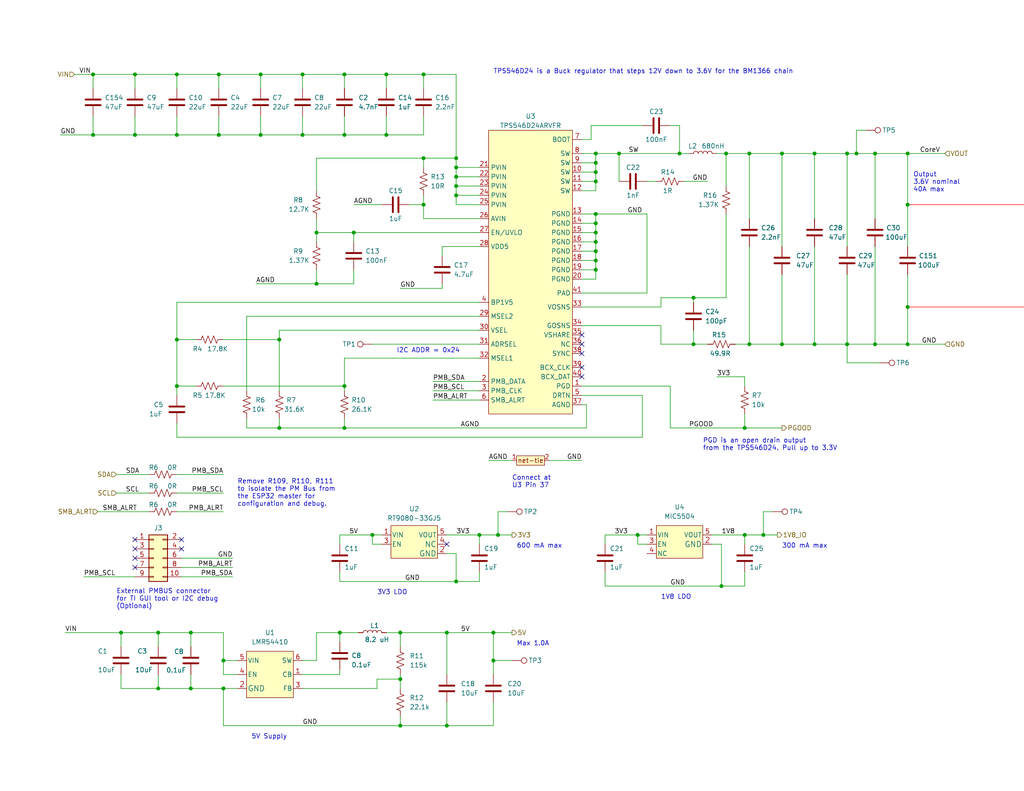
<source format=kicad_sch>
(kicad_sch (version 20231120) (generator "eeschema") (generator_version "8.0")
  (paper "A")
  (title_block (title "bitaxeHex") (date "2024-03-09") (rev "304"))
  (junction (at 162.56 58.42))
  (junction (at 203.2 116.84))
  (junction (at 25.4 36.83))
  (junction (at 173.99 146.05))
  (junction (at 48.26 92.71))
  (junction (at 52.07 187.96))
  (junction (at 52.07 172.72))
  (junction (at 213.36 41.91))
  (junction (at 96.52 63.5))
  (junction (at 231.14 41.91))
  (junction (at 109.22 198.12))
  (junction (at 124.46 48.26))
  (junction (at 247.65 41.91))
  (junction (at 33.02 172.72))
  (junction (at 121.92 172.72))
  (junction (at 36.83 36.83))
  (junction (at 247.65 93.98))
  (junction (at 93.98 20.32))
  (junction (at 289.56 55.88))
  (junction (at 135.89 146.05))
  (junction (at 233.68 41.91))
  (junction (at 43.18 172.72))
  (junction (at 115.57 55.88))
  (junction (at 109.22 185.42))
  (junction (at 222.25 41.91))
  (junction (at 162.56 71.12))
  (junction (at 48.26 36.83))
  (junction (at 124.46 45.72))
  (junction (at 162.56 41.91))
  (junction (at 115.57 43.18))
  (junction (at 60.96 187.96))
  (junction (at 59.69 36.83))
  (junction (at 25.4 20.32))
  (junction (at 71.12 20.32))
  (junction (at 162.56 49.53))
  (junction (at 196.85 160.02))
  (junction (at 247.65 83.82))
  (junction (at 71.12 36.83))
  (junction (at 162.56 46.99))
  (junction (at 185.42 41.91))
  (junction (at 124.46 43.18))
  (junction (at 162.56 44.45))
  (junction (at 162.56 60.96))
  (junction (at 162.56 68.58))
  (junction (at 105.41 36.83))
  (junction (at 82.55 36.83))
  (junction (at 82.55 20.32))
  (junction (at 134.62 180.34))
  (junction (at 168.91 41.91))
  (junction (at 198.12 41.91))
  (junction (at 93.98 116.84))
  (junction (at 115.57 20.32))
  (junction (at 124.46 53.34))
  (junction (at 231.14 93.98))
  (junction (at 162.56 73.66))
  (junction (at 36.83 20.32))
  (junction (at 124.46 158.75))
  (junction (at 124.46 50.8))
  (junction (at 247.65 55.88))
  (junction (at 162.56 63.5))
  (junction (at 105.41 20.32))
  (junction (at 59.69 20.32))
  (junction (at 204.47 93.98))
  (junction (at 76.2 92.71))
  (junction (at 48.26 105.41))
  (junction (at 134.62 172.72))
  (junction (at 289.56 83.82))
  (junction (at 43.18 187.96))
  (junction (at 238.76 41.91))
  (junction (at 109.22 172.72))
  (junction (at 208.28 146.05))
  (junction (at 86.36 63.5))
  (junction (at 162.56 66.04))
  (junction (at 238.76 93.98))
  (junction (at 48.26 20.32))
  (junction (at 101.6 146.05))
  (junction (at 92.71 172.72))
  (junction (at 222.25 93.98))
  (junction (at 213.36 93.98))
  (junction (at 203.2 146.05))
  (junction (at 204.47 41.91))
  (junction (at 93.98 105.41))
  (junction (at 130.81 146.05))
  (junction (at 60.96 180.34))
  (junction (at 86.36 77.47))
  (junction (at 121.92 198.12))
  (junction (at 189.23 81.28))
  (junction (at 76.2 116.84))
  (junction (at 93.98 36.83))
  (junction (at 189.23 93.98))
  (no_connect (at 158.75 102.87))
  (no_connect (at 49.53 149.86))
  (no_connect (at 121.92 148.59))
  (no_connect (at 158.75 96.52))
  (no_connect (at 49.53 147.32))
  (no_connect (at 36.83 147.32))
  (no_connect (at 36.83 154.94))
  (no_connect (at 36.83 149.86))
  (no_connect (at 36.83 152.4))
  (no_connect (at 158.75 91.44))
  (no_connect (at 158.75 100.33))
  (no_connect (at 158.75 93.98))
  (wire (pts (xy 130.81 55.88) (xy 124.46 55.88)))
  (wire (pts (xy 300.99 55.88) (xy 289.56 55.88)) (stroke (width 0) (color 255 0 0 1)))
  (wire (pts (xy 36.83 20.32) (xy 36.83 24.13)))
  (wire (pts (xy 162.56 71.12) (xy 162.56 73.66)))
  (wire (pts (xy 203.2 146.05) (xy 208.28 146.05)))
  (wire (pts (xy 203.2 160.02) (xy 196.85 160.02)))
  (wire (pts (xy 173.99 148.59) (xy 173.99 146.05)))
  (wire (pts (xy 25.4 31.75) (xy 25.4 36.83)))
  (wire (pts (xy 22.86 157.48) (xy 36.83 157.48)))
  (wire (pts (xy 120.65 67.31) (xy 130.81 67.31)))
  (wire (pts (xy 238.76 41.91) (xy 238.76 59.69)))
  (wire (pts (xy 203.2 146.05) (xy 203.2 148.59)))
  (wire (pts (xy 48.26 92.71) (xy 48.26 105.41)))
  (wire (pts (xy 71.12 20.32) (xy 59.69 20.32)))
  (wire (pts (xy 247.65 55.88) (xy 247.65 67.31)))
  (wire (pts (xy 162.56 66.04) (xy 162.56 68.58)))
  (wire (pts (xy 158.75 60.96) (xy 162.56 60.96)))
  (wire (pts (xy 194.31 148.59) (xy 196.85 148.59)))
  (wire (pts (xy 158.75 80.01) (xy 176.53 80.01)))
  (wire (pts (xy 96.52 73.66) (xy 96.52 77.47)))
  (wire (pts (xy 96.52 63.5) (xy 86.36 63.5)))
  (wire (pts (xy 134.62 191.77) (xy 134.62 198.12)))
  (wire (pts (xy 231.14 41.91) (xy 231.14 67.31)))
  (wire (pts (xy 25.4 36.83) (xy 36.83 36.83)))
  (wire (pts (xy 102.87 187.96) (xy 102.87 185.42)))
  (wire (pts (xy 158.75 83.82) (xy 180.34 83.82)))
  (wire (pts (xy 121.92 151.13) (xy 124.46 151.13)))
  (wire (pts (xy 158.75 52.07) (xy 162.56 52.07)))
  (wire (pts (xy 189.23 93.98) (xy 193.04 93.98)))
  (wire (pts (xy 165.1 146.05) (xy 173.99 146.05)))
  (wire (pts (xy 176.53 49.53) (xy 179.07 49.53)))
  (wire (pts (xy 180.34 88.9) (xy 180.34 93.98)))
  (wire (pts (xy 158.75 73.66) (xy 162.56 73.66)))
  (wire (pts (xy 59.69 31.75) (xy 59.69 36.83)))
  (wire (pts (xy 49.53 154.94) (xy 63.5 154.94)))
  (wire (pts (xy 198.12 41.91) (xy 204.47 41.91)))
  (wire (pts (xy 162.56 60.96) (xy 162.56 63.5)))
  (wire (pts (xy 238.76 67.31) (xy 238.76 93.98)))
  (wire (pts (xy 33.02 172.72) (xy 33.02 176.53)))
  (wire (pts (xy 213.36 93.98) (xy 222.25 93.98)))
  (wire (pts (xy 175.26 119.38) (xy 175.26 107.95)))
  (wire (pts (xy 43.18 172.72) (xy 52.07 172.72)))
  (wire (pts (xy 31.75 134.62) (xy 40.64 134.62)))
  (wire (pts (xy 52.07 172.72) (xy 52.07 176.53)))
  (wire (pts (xy 82.55 180.34) (xy 86.36 180.34)))
  (wire (pts (xy 121.92 172.72) (xy 109.22 172.72)))
  (wire (pts (xy 247.65 74.93) (xy 247.65 83.82)))
  (wire (pts (xy 67.31 116.84) (xy 76.2 116.84)))
  (wire (pts (xy 158.75 38.1) (xy 161.29 38.1)))
  (wire (pts (xy 92.71 172.72) (xy 92.71 175.26)))
  (wire (pts (xy 162.56 52.07) (xy 162.56 49.53)))
  (wire (pts (xy 60.96 198.12) (xy 109.22 198.12)))
  (wire (pts (xy 133.35 125.73) (xy 139.7 125.73)))
  (wire (pts (xy 96.52 66.04) (xy 96.52 63.5)))
  (wire (pts (xy 48.26 105.41) (xy 53.34 105.41)))
  (wire (pts (xy 124.46 20.32) (xy 115.57 20.32)))
  (wire (pts (xy 300.99 64.77) (xy 300.99 55.88)) (stroke (width 0) (color 255 0 0 1)))
  (wire (pts (xy 60.96 105.41) (xy 93.98 105.41)))
  (wire (pts (xy 124.46 151.13) (xy 124.46 158.75)))
  (wire (pts (xy 198.12 41.91) (xy 198.12 50.8)))
  (wire (pts (xy 203.2 156.21) (xy 203.2 160.02)))
  (wire (pts (xy 109.22 184.15) (xy 109.22 185.42)))
  (wire (pts (xy 115.57 59.69) (xy 115.57 55.88)))
  (wire (pts (xy 60.96 187.96) (xy 52.07 187.96)))
  (wire (pts (xy 105.41 36.83) (xy 115.57 36.83)))
  (wire (pts (xy 138.43 139.7) (xy 135.89 139.7)))
  (wire (pts (xy 247.65 93.98) (xy 257.81 93.98)))
  (wire (pts (xy 26.67 139.7) (xy 40.64 139.7)))
  (wire (pts (xy 134.62 180.34) (xy 139.7 180.34)))
  (wire (pts (xy 67.31 114.3) (xy 67.31 116.84)))
  (wire (pts (xy 93.98 116.84) (xy 160.02 116.84)))
  (wire (pts (xy 213.36 41.91) (xy 213.36 67.31)))
  (wire (pts (xy 59.69 20.32) (xy 48.26 20.32)))
  (wire (pts (xy 124.46 45.72) (xy 130.81 45.72)))
  (wire (pts (xy 33.02 187.96) (xy 33.02 184.15)))
  (wire (pts (xy 198.12 58.42) (xy 198.12 81.28)))
  (wire (pts (xy 121.92 191.77) (xy 121.92 198.12)))
  (wire (pts (xy 92.71 158.75) (xy 124.46 158.75)))
  (wire (pts (xy 222.25 67.31) (xy 222.25 93.98)))
  (wire (pts (xy 158.75 88.9) (xy 180.34 88.9)))
  (wire (pts (xy 48.26 139.7) (xy 60.96 139.7)))
  (wire (pts (xy 48.26 92.71) (xy 53.34 92.71)))
  (wire (pts (xy 52.07 172.72) (xy 60.96 172.72)))
  (wire (pts (xy 168.91 41.91) (xy 185.42 41.91)))
  (wire (pts (xy 233.68 41.91) (xy 238.76 41.91)))
  (wire (pts (xy 124.46 48.26) (xy 130.81 48.26)))
  (wire (pts (xy 176.53 148.59) (xy 173.99 148.59)))
  (wire (pts (xy 115.57 53.34) (xy 115.57 55.88)))
  (wire (pts (xy 130.81 156.21) (xy 130.81 158.75)))
  (wire (pts (xy 210.82 139.7) (xy 208.28 139.7)))
  (wire (pts (xy 16.51 36.83) (xy 25.4 36.83)))
  (wire (pts (xy 115.57 43.18) (xy 124.46 43.18)))
  (wire (pts (xy 158.75 46.99) (xy 162.56 46.99)))
  (wire (pts (xy 238.76 41.91) (xy 247.65 41.91)))
  (wire (pts (xy 158.75 71.12) (xy 162.56 71.12)))
  (wire (pts (xy 186.69 49.53) (xy 193.04 49.53)))
  (wire (pts (xy 204.47 41.91) (xy 204.47 59.69)))
  (wire (pts (xy 86.36 52.07) (xy 86.36 43.18)))
  (wire (pts (xy 86.36 73.66) (xy 86.36 77.47)))
  (wire (pts (xy 82.55 20.32) (xy 93.98 20.32)))
  (wire (pts (xy 180.34 83.82) (xy 180.34 81.28)))
  (wire (pts (xy 231.14 74.93) (xy 231.14 93.98)))
  (wire (pts (xy 82.55 184.15) (xy 92.71 184.15)))
  (wire (pts (xy 195.58 41.91) (xy 198.12 41.91)))
  (wire (pts (xy 82.55 20.32) (xy 82.55 24.13)))
  (wire (pts (xy 60.96 180.34) (xy 60.96 172.72)))
  (wire (pts (xy 121.92 146.05) (xy 130.81 146.05)))
  (wire (pts (xy 162.56 44.45) (xy 162.56 41.91)))
  (wire (pts (xy 82.55 36.83) (xy 93.98 36.83)))
  (wire (pts (xy 93.98 97.79) (xy 93.98 105.41)))
  (wire (pts (xy 93.98 97.79) (xy 130.81 97.79)))
  (wire (pts (xy 204.47 93.98) (xy 213.36 93.98)))
  (wire (pts (xy 134.62 172.72) (xy 134.62 180.34)))
  (wire (pts (xy 109.22 195.58) (xy 109.22 198.12)))
  (wire (pts (xy 43.18 187.96) (xy 33.02 187.96)))
  (wire (pts (xy 76.2 90.17) (xy 76.2 92.71)))
  (wire (pts (xy 180.34 93.98) (xy 189.23 93.98)))
  (wire (pts (xy 165.1 146.05) (xy 165.1 148.59)))
  (wire (pts (xy 233.68 35.56) (xy 233.68 41.91)))
  (wire (pts (xy 231.14 99.06) (xy 231.14 93.98)))
  (wire (pts (xy 189.23 90.17) (xy 189.23 93.98)))
  (wire (pts (xy 59.69 36.83) (xy 71.12 36.83)))
  (wire (pts (xy 93.98 36.83) (xy 105.41 36.83)))
  (wire (pts (xy 300.99 83.82) (xy 289.56 83.82)) (stroke (width 0) (color 255 0 0 1)))
  (wire (pts (xy 196.85 148.59) (xy 196.85 160.02)))
  (wire (pts (xy 182.88 105.41) (xy 182.88 116.84)))
  (wire (pts (xy 160.02 110.49) (xy 160.02 116.84)))
  (wire (pts (xy 213.36 74.93) (xy 213.36 93.98)))
  (wire (pts (xy 25.4 20.32) (xy 25.4 24.13)))
  (wire (pts (xy 101.6 93.98) (xy 130.81 93.98)))
  (wire (pts (xy 182.88 116.84) (xy 203.2 116.84)))
  (wire (pts (xy 115.57 20.32) (xy 115.57 24.13)))
  (wire (pts (xy 118.11 104.14) (xy 130.81 104.14)))
  (wire (pts (xy 49.53 152.4) (xy 63.5 152.4)))
  (wire (pts (xy 289.56 55.88) (xy 289.56 64.77)) (stroke (width 0) (color 255 0 0 1)))
  (wire (pts (xy 124.46 20.32) (xy 124.46 43.18)))
  (wire (pts (xy 213.36 41.91) (xy 222.25 41.91)))
  (wire (pts (xy 111.76 55.88) (xy 115.57 55.88)))
  (wire (pts (xy 135.89 146.05) (xy 139.7 146.05)))
  (wire (pts (xy 76.2 116.84) (xy 93.98 116.84)))
  (wire (pts (xy 86.36 59.69) (xy 86.36 63.5)))
  (wire (pts (xy 162.56 68.58) (xy 162.56 71.12)))
  (wire (pts (xy 120.65 77.47) (xy 120.65 78.74)))
  (wire (pts (xy 289.56 72.39) (xy 289.56 83.82)) (stroke (width 0) (color 255 0 0 1)))
  (wire (pts (xy 124.46 43.18) (xy 124.46 45.72)))
  (wire (pts (xy 86.36 63.5) (xy 86.36 66.04)))
  (wire (pts (xy 247.65 83.82) (xy 247.65 93.98)))
  (wire (pts (xy 124.46 50.8) (xy 130.81 50.8)))
  (wire (pts (xy 124.46 45.72) (xy 124.46 48.26)))
  (wire (pts (xy 162.56 46.99) (xy 162.56 44.45)))
  (wire (pts (xy 17.78 172.72) (xy 33.02 172.72)))
  (wire (pts (xy 158.75 105.41) (xy 182.88 105.41)))
  (wire (pts (xy 109.22 172.72) (xy 109.22 176.53)))
  (wire (pts (xy 43.18 187.96) (xy 43.18 184.15)))
  (wire (pts (xy 60.96 184.15) (xy 60.96 180.34)))
  (wire (pts (xy 48.26 129.54) (xy 60.96 129.54)))
  (wire (pts (xy 92.71 172.72) (xy 97.79 172.72)))
  (wire (pts (xy 48.26 119.38) (xy 175.26 119.38)))
  (wire (pts (xy 135.89 139.7) (xy 135.89 146.05)))
  (wire (pts (xy 162.56 76.2) (xy 158.75 76.2)))
  (wire (pts (xy 64.77 184.15) (xy 60.96 184.15)))
  (wire (pts (xy 48.26 36.83) (xy 59.69 36.83)))
  (wire (pts (xy 48.26 134.62) (xy 60.96 134.62)))
  (wire (pts (xy 236.22 35.56) (xy 233.68 35.56)))
  (wire (pts (xy 134.62 180.34) (xy 134.62 184.15)))
  (wire (pts (xy 48.26 107.95) (xy 48.26 105.41)))
  (wire (pts (xy 76.2 90.17) (xy 130.81 90.17)))
  (wire (pts (xy 158.75 110.49) (xy 160.02 110.49)))
  (wire (pts (xy 92.71 184.15) (xy 92.71 182.88)))
  (wire (pts (xy 247.65 41.91) (xy 257.81 41.91)))
  (wire (pts (xy 231.14 93.98) (xy 238.76 93.98)))
  (wire (pts (xy 175.26 107.95) (xy 158.75 107.95)))
  (wire (pts (xy 134.62 198.12) (xy 121.92 198.12)))
  (wire (pts (xy 289.56 55.88) (xy 247.65 55.88)) (stroke (width 0) (color 255 0 0 1)))
  (wire (pts (xy 36.83 31.75) (xy 36.83 36.83)))
  (wire (pts (xy 158.75 66.04) (xy 162.56 66.04)))
  (wire (pts (xy 96.52 55.88) (xy 104.14 55.88)))
  (wire (pts (xy 115.57 45.72) (xy 115.57 43.18)))
  (wire (pts (xy 105.41 20.32) (xy 93.98 20.32)))
  (wire (pts (xy 82.55 20.32) (xy 71.12 20.32)))
  (wire (pts (xy 149.86 125.73) (xy 158.75 125.73)))
  (wire (pts (xy 198.12 81.28) (xy 189.23 81.28)))
  (wire (pts (xy 180.34 81.28) (xy 189.23 81.28)))
  (wire (pts (xy 115.57 20.32) (xy 105.41 20.32)))
  (wire (pts (xy 173.99 146.05) (xy 176.53 146.05)))
  (wire (pts (xy 124.46 53.34) (xy 130.81 53.34)))
  (wire (pts (xy 64.77 180.34) (xy 60.96 180.34)))
  (wire (pts (xy 196.85 160.02) (xy 165.1 160.02)))
  (wire (pts (xy 195.58 102.87) (xy 203.2 102.87)))
  (wire (pts (xy 161.29 34.29) (xy 175.26 34.29)))
  (wire (pts (xy 231.14 41.91) (xy 233.68 41.91)))
  (wire (pts (xy 48.26 82.55) (xy 130.81 82.55)))
  (wire (pts (xy 105.41 172.72) (xy 109.22 172.72)))
  (wire (pts (xy 124.46 48.26) (xy 124.46 50.8)))
  (wire (pts (xy 162.56 41.91) (xy 168.91 41.91)))
  (wire (pts (xy 208.28 139.7) (xy 208.28 146.05)))
  (wire (pts (xy 134.62 172.72) (xy 139.7 172.72)))
  (wire (pts (xy 247.65 41.91) (xy 247.65 55.88)))
  (wire (pts (xy 86.36 172.72) (xy 92.71 172.72)))
  (wire (pts (xy 118.11 106.68) (xy 130.81 106.68)))
  (wire (pts (xy 120.65 69.85) (xy 120.65 67.31)))
  (wire (pts (xy 48.26 82.55) (xy 48.26 92.71)))
  (wire (pts (xy 102.87 185.42) (xy 109.22 185.42)))
  (wire (pts (xy 121.92 172.72) (xy 121.92 184.15)))
  (wire (pts (xy 52.07 187.96) (xy 43.18 187.96)))
  (wire (pts (xy 48.26 31.75) (xy 48.26 36.83)))
  (wire (pts (xy 204.47 41.91) (xy 213.36 41.91)))
  (wire (pts (xy 59.69 20.32) (xy 59.69 24.13)))
  (wire (pts (xy 121.92 172.72) (xy 134.62 172.72)))
  (wire (pts (xy 130.81 146.05) (xy 135.89 146.05)))
  (wire (pts (xy 162.56 41.91) (xy 158.75 41.91)))
  (wire (pts (xy 124.46 50.8) (xy 124.46 53.34)))
  (wire (pts (xy 67.31 86.36) (xy 130.81 86.36)))
  (wire (pts (xy 222.25 41.91) (xy 222.25 59.69)))
  (wire (pts (xy 240.03 99.06) (xy 231.14 99.06)))
  (wire (pts (xy 165.1 160.02) (xy 165.1 156.21)))
  (wire (pts (xy 222.25 93.98) (xy 231.14 93.98)))
  (wire (pts (xy 48.26 24.13) (xy 48.26 20.32)))
  (wire (pts (xy 124.46 53.34) (xy 124.46 55.88)))
  (wire (pts (xy 101.6 148.59) (xy 101.6 146.05)))
  (wire (pts (xy 185.42 41.91) (xy 187.96 41.91)))
  (wire (pts (xy 33.02 172.72) (xy 43.18 172.72)))
  (wire (pts (xy 67.31 86.36) (xy 67.31 106.68)))
  (wire (pts (xy 20.32 20.32) (xy 25.4 20.32)))
  (wire (pts (xy 203.2 116.84) (xy 213.36 116.84)))
  (wire (pts (xy 93.98 116.84) (xy 93.98 114.3)))
  (wire (pts (xy 69.85 77.47) (xy 86.36 77.47)))
  (wire (pts (xy 71.12 31.75) (xy 71.12 36.83)))
  (wire (pts (xy 200.66 93.98) (xy 204.47 93.98)))
  (wire (pts (xy 176.53 80.01) (xy 176.53 58.42)))
  (wire (pts (xy 158.75 63.5) (xy 162.56 63.5)))
  (wire (pts (xy 109.22 78.74) (xy 120.65 78.74)))
  (wire (pts (xy 124.46 158.75) (xy 130.81 158.75)))
  (wire (pts (xy 25.4 20.32) (xy 36.83 20.32)))
  (wire (pts (xy 168.91 49.53) (xy 168.91 41.91)))
  (wire (pts (xy 185.42 34.29) (xy 185.42 41.91)))
  (wire (pts (xy 31.75 129.54) (xy 40.64 129.54)))
  (wire (pts (xy 104.14 148.59) (xy 101.6 148.59)))
  (wire (pts (xy 203.2 105.41) (xy 203.2 102.87)))
  (wire (pts (xy 115.57 59.69) (xy 130.81 59.69)))
  (wire (pts (xy 76.2 114.3) (xy 76.2 116.84)))
  (wire (pts (xy 162.56 58.42) (xy 176.53 58.42)))
  (wire (pts (xy 118.11 109.22) (xy 130.81 109.22)))
  (wire (pts (xy 162.56 58.42) (xy 162.56 60.96)))
  (wire (pts (xy 162.56 49.53) (xy 162.56 46.99)))
  (wire (pts (xy 86.36 77.47) (xy 96.52 77.47)))
  (wire (pts (xy 158.75 44.45) (xy 162.56 44.45)))
  (wire (pts (xy 162.56 73.66) (xy 162.56 76.2)))
  (wire (pts (xy 36.83 20.32) (xy 48.26 20.32)))
  (wire (pts (xy 93.98 31.75) (xy 93.98 36.83)))
  (wire (pts (xy 52.07 184.15) (xy 52.07 187.96)))
  (wire (pts (xy 43.18 172.72) (xy 43.18 176.53)))
  (wire (pts (xy 300.99 72.39) (xy 300.99 83.82)) (stroke (width 0) (color 255 0 0 1)))
  (wire (pts (xy 64.77 187.96) (xy 60.96 187.96)))
  (wire (pts (xy 92.71 146.05) (xy 92.71 148.59)))
  (wire (pts (xy 158.75 68.58) (xy 162.56 68.58)))
  (wire (pts (xy 158.75 49.53) (xy 162.56 49.53)))
  (wire (pts (xy 93.98 105.41) (xy 93.98 106.68)))
  (wire (pts (xy 238.76 93.98) (xy 247.65 93.98)))
  (wire (pts (xy 203.2 113.03) (xy 203.2 116.84)))
  (wire (pts (xy 76.2 92.71) (xy 76.2 106.68)))
  (wire (pts (xy 71.12 20.32) (xy 71.12 24.13)))
  (wire (pts (xy 82.55 31.75) (xy 82.55 36.83)))
  (wire (pts (xy 130.81 146.05) (xy 130.81 148.59)))
  (wire (pts (xy 182.88 34.29) (xy 185.42 34.29)))
  (wire (pts (xy 96.52 63.5) (xy 130.81 63.5)))
  (wire (pts (xy 92.71 146.05) (xy 101.6 146.05)))
  (wire (pts (xy 109.22 185.42) (xy 109.22 187.96)))
  (wire (pts (xy 86.36 43.18) (xy 115.57 43.18)))
  (wire (pts (xy 82.55 187.96) (xy 102.87 187.96)))
  (wire (pts (xy 208.28 146.05) (xy 212.09 146.05)))
  (wire (pts (xy 60.96 92.71) (xy 76.2 92.71)))
  (wire (pts (xy 60.96 187.96) (xy 60.96 198.12)))
  (wire (pts (xy 86.36 180.34) (xy 86.36 172.72)))
  (wire (pts (xy 158.75 58.42) (xy 162.56 58.42)))
  (wire (pts (xy 101.6 146.05) (xy 104.14 146.05)))
  (wire (pts (xy 204.47 67.31) (xy 204.47 93.98)))
  (wire (pts (xy 194.31 146.05) (xy 203.2 146.05)))
  (wire (pts (xy 222.25 41.91) (xy 231.14 41.91)))
  (wire (pts (xy 49.53 157.48) (xy 63.5 157.48)))
  (wire (pts (xy 105.41 31.75) (xy 105.41 36.83)))
  (wire (pts (xy 161.29 38.1) (xy 161.29 34.29)))
  (wire (pts (xy 189.23 81.28) (xy 189.23 82.55)))
  (wire (pts (xy 115.57 36.83) (xy 115.57 31.75)))
  (wire (pts (xy 289.56 83.82) (xy 247.65 83.82)) (stroke (width 0) (color 255 0 0 1)))
  (wire (pts (xy 93.98 20.32) (xy 93.98 24.13)))
  (wire (pts (xy 71.12 36.83) (xy 82.55 36.83)))
  (wire (pts (xy 162.56 63.5) (xy 162.56 66.04)))
  (wire (pts (xy 121.92 198.12) (xy 109.22 198.12)))
  (wire (pts (xy 105.41 20.32) (xy 105.41 24.13)))
  (wire (pts (xy 48.26 115.57) (xy 48.26 119.38)))
  (wire (pts (xy 92.71 158.75) (xy 92.71 156.21)))
  (wire (pts (xy 36.83 36.83) (xy 48.26 36.83)))
  (text "1V8 LDO" (at 180.34 163.83 0) (effects (font (size 1.27 1.27)) (justify left bottom)))
  (text "Output \n3.6V nominal\n40A max" (at 249.174 52.578 0) (effects (font (size 1.27 1.27)) (justify left bottom)))
  (text "TPS546D24 is a Buck regulator that steps 12V down to 3.6V for the BM1366 chain" (at 134.62 20.32 0) (effects (font (size 1.27 1.27)) (justify left bottom)))
  (text "3V3 LDO" (at 102.87 162.56 0) (effects (font (size 1.27 1.27)) (justify left bottom)))
  (text "300 mA max" (at 213.36 149.86 0) (effects (font (size 1.27 1.27)) (justify left bottom)))
  (text "Remove R109, R110, R111\nto isolate the PM Bus from\nthe ESP32 master for \nconfiguration and debug." (at 64.77 138.43 0) (effects (font (size 1.27 1.27)) (justify left bottom)))
  (text "Max 1.0A" (at 140.97 176.53 0) (effects (font (size 1.27 1.27)) (justify left bottom)))
  (text "Connect at\nU3 Pin 37" (at 139.7 133.35 0) (effects (font (size 1.27 1.27)) (justify left bottom)))
  (text "External PMBUS connector\nfor TI GUI tool or I2C debug\n(Optional)" (at 31.75 166.37 0) (effects (font (size 1.27 1.27)) (justify left bottom)))
  (text "600 mA max" (at 140.97 149.86 0) (effects (font (size 1.27 1.27)) (justify left bottom)))
  (text "5V Supply" (at 68.58 201.93 0) (effects (font (size 1.27 1.27)) (justify left bottom)))
  (text "Digikey PN:" (at 288.29 90.17 0) (effects (font (size 1.27 1.27))))
  (text "PGD is an open drain output\nfrom the TPS546D24. Pull up to 3.3V" (at 191.77 123.19 0) (effects (font (size 1.27 1.27)) (justify left bottom)))
  (text "I2C ADDR = 0x24" (at 108.204 96.52 0) (effects (font (size 1.27 1.27)) (justify left bottom)))
  (text "Panasonic PN:" (at 286.766 87.884 0) (effects (font (size 1.27 1.27))))
  (label "SW" (at 171.45 41.91 0))
  (label "AGND" (at 133.35 125.73 0))
  (label "GND" (at 182.88 160.02 0))
  (label "CoreV" (at 256.54 41.91 180))
  (label "GND" (at 175.26 58.42 180))
  (label "GND" (at 158.75 125.73 180))
  (label "PMB_ALRT" (at 60.96 139.7 180))
  (label "PMB_ALRT" (at 63.5 154.94 180))
  (label "AGND" (at 130.81 116.84 180))
  (label "SDA" (at 34.29 129.54 0))
  (label "PGOOD" (at 187.96 116.84 0))
  (label "GND" (at 109.22 78.74 0))
  (label "1V8" (at 196.85 146.05 0))
  (label "5V" (at 95.25 146.05 0))
  (label "VIN" (at 21.59 20.32 0))
  (label "PMB_SDA" (at 60.96 129.54 180))
  (label "PMB_SCL" (at 22.86 157.48 0))
  (label "PMB_SCL" (at 118.11 106.68 0))
  (label "PMB_SDA" (at 63.5 157.48 180))
  (label "VIN" (at 17.78 172.72 0))
  (label "GND" (at 16.51 36.83 0))
  (label "3V3" (at 124.46 146.05 0))
  (label "AGND" (at 69.85 77.47 0))
  (label "GND" (at 82.55 198.12 0))
  (label "PMB_SCL" (at 60.96 134.62 180))
  (label "SCL" (at 34.29 134.62 0))
  (label "GND" (at 110.49 158.75 0))
  (label "GND" (at 251.46 93.98 0))
  (label "PMB_ALRT" (at 118.11 109.22 0))
  (label "SMB_ALRT" (at 27.94 139.7 0))
  (label "AGND" (at 96.52 55.88 0))
  (label "5V" (at 125.73 172.72 0))
  (label "GND" (at 63.5 152.4 180))
  (label "GND" (at 193.04 49.53 180))
  (label "PMB_SDA" (at 118.11 104.14 0))
  (label "3V3" (at 195.58 102.87 0))
  (label "3V3" (at 167.64 146.05 0))
  (hierarchical_label "3V3" (shape output) (at 139.7 146.05 0))
  (hierarchical_label "VIN" (shape input) (at 20.32 20.32 180))
  (hierarchical_label "SDA" (shape input) (at 31.75 129.54 180))
  (hierarchical_label "VOUT" (shape input) (at 257.81 41.91 0))
  (hierarchical_label "GND" (shape input) (at 257.81 93.98 0))
  (hierarchical_label "SCL" (shape input) (at 31.75 134.62 180))
  (hierarchical_label "1V8_IO" (shape output) (at 212.09 146.05 0))
  (hierarchical_label "SMB_ALRT" (shape input) (at 26.67 139.7 180))
  (hierarchical_label "5V" (shape output) (at 139.7 172.72 0))
  (hierarchical_label "PGOOD" (shape output) (at 213.36 116.84 0))
  (symbol (lib_id "Device:C") (at 179.07 34.29 90) (unit 1)
    (property "Reference" "C23" (at 179.07 30.48 90))
    (property "Value" "100nF" (at 179.07 38.1 90))
    (property "Footprint" "Capacitor_SMD:C_0805_2012Metric" (effects (hide yes)))
    (property "DK" "478-KGM21NR71E104KTCT-ND" (effects (hide yes)))
    (property "PARTNO" "KGM21NR71E104KT" (effects (hide yes)))
  )
  (symbol (lib_id "Device:C") (at 238.76 63.5 0) (unit 1)
    (property "Reference" "C30" (at 241.808 62.23 0) (effects (justify left)))
    (property "Value" "100uF" (at 241.554 64.77 0) (effects (justify left)))
    (property "Footprint" "Capacitor_SMD:C_1210_3225Metric" (effects (hide yes)))
    (property "DK" "490-10534-1-ND" (effects (hide yes)))
    (property "PARTNO" "GRM32EE70J107ME15L" (effects (hide yes)))
  )
  (symbol (lib_id "Device:R_US") (at 44.45 139.7 90) (unit 1)
    (property "Reference" "R6" (at 41.91 137.795 90))
    (property "Value" "0R" (at 46.99 137.795 90))
    (property "Footprint" "Resistor_SMD:R_0402_1005Metric" (effects (hide yes)))
    (property "DK" "311-0.0JRCT-ND" (effects (hide yes)))
    (property "PARTNO" "RC0402JR-070RL" (effects (hide yes)))
    (instances (project "bm1397" (path "" (reference "R6") (unit 1))) (project "bitaxeHex" (path "" (reference "R3") (unit 1))))
  )
  (symbol (lib_id "Device:C") (at 92.71 179.07 0) (unit 1)
    (property "Reference" "C8" (at 95.885 179.705 0) (effects (justify left bottom)))
    (property "Value" "0.1uF" (at 95.885 182.245 0) (effects (justify left bottom)))
    (property "Footprint" "Capacitor_SMD:C_0402_1005Metric" (effects (hide yes)))
    (property "DK" "478-KGM05AR71C104KHCT-ND" (effects (hide yes)))
    (property "PARTNO" "KGM05AR71C104KH" (effects (hide yes)))
    (instances (project "bm1366" (path "" (reference "C8") (unit 1))) (project "bitaxeHex" (path "" (reference "C12") (unit 1))))
  )
  (symbol (lib_id "Device:L") (at 191.77 41.91 90) (unit 1)
    (property "Reference" "L2" (at 188.976 39.878 90))
    (property "Value" "680nH" (at 194.564 39.878 90))
    (property "Footprint" "bitaxe:L_Coilcraft_XAL1010-XXX" (effects (hide yes)))
    (property "Datasheet" "https://www.coilcraft.com/getmedia/dd74e670-e705-456a-9a69-585fe02eaf3c/xal1010.pdf" (effects (hide yes)))
    (property "PARTNO" "XAL1010-681MED" (effects (hide yes)))
    (property "DK" "2457-XAL1010-681MED-ND" (effects (hide yes)))
    (property "Mouser" "994-XAL1010-681MED" (effects (hide yes)))
    (property "HEIGHT" "10mm" (effects (hide yes)))
  )
  (symbol (lib_id "Device:C") (at 203.2 152.4 0) (unit 1)
    (property "Reference" "C25" (at 204.47 150.495 0) (effects (justify left bottom)))
    (property "Value" "1uF" (at 204.47 155.575 0) (effects (justify left bottom)))
    (property "Footprint" "Capacitor_SMD:C_0402_1005Metric" (effects (hide yes)))
    (property "DK" "587-5514-1-ND" (effects (hide yes)))
    (property "PARTNO" "EMK105BJ105MV-F" (effects (hide yes)))
  )
  (symbol (lib_id "bitaxe:LMR54410") (at 73.66 184.15 0) (unit 1)
    (property "Reference" "U1" (at 73.66 172.72 0))
    (property "Value" "LMR54410" (at 73.66 175.26 0))
    (property "Footprint" "Package_TO_SOT_SMD:SOT-23-6" (effects (hide yes)))
    (property "Datasheet" "https://www.ti.com/lit/ds/symlink/lmr54406.pdf" (effects (hide yes)))
    (property "DK" "296-LMR54410DBVRCT-ND" (effects (hide yes)))
    (property "PARTNO" "LMR54410FDBVR" (effects (hide yes)))
  )
  (symbol (lib_id "Device:R_US") (at 44.45 129.54 90) (unit 1)
    (property "Reference" "R6" (at 41.91 127.635 90))
    (property "Value" "0R" (at 46.99 127.635 90))
    (property "Footprint" "Resistor_SMD:R_0402_1005Metric" (effects (hide yes)))
    (property "DK" "311-0.0JRCT-ND" (effects (hide yes)))
    (property "PARTNO" "RC0402JR-070RL" (effects (hide yes)))
    (instances (project "bm1397" (path "" (reference "R6") (unit 1))) (project "bitaxeHex" (path "" (reference "R1") (unit 1))))
  )
  (symbol (lib_id "Connector:TestPoint") (at 210.82 139.7 270) (mirror x) (unit 1) (in_bom no)
    (property "Reference" "TP4" (at 217.17 139.7 90))
    (property "Value" "TestPoint" (effects (hide yes)))
    (property "Footprint" "TestPoint:TestPoint_Pad_D1.0mm" (effects (hide yes)))
  )
  (symbol (lib_id "Device:C") (at 189.23 86.36 0) (unit 1)
    (property "Reference" "C24" (at 192.405 85.09 0) (effects (justify left)))
    (property "Value" "100pF" (at 192.405 87.63 0) (effects (justify left)))
    (property "Footprint" "Capacitor_SMD:C_0402_1005Metric" (effects (hide yes)))
    (property "DK" "732-7431-1-ND" (effects (hide yes)))
    (property "PARTNO" "885012005013" (effects (hide yes)))
  )
  (symbol (lib_id "Device:C_Polarized_US") (at 300.99 68.58 0) (unit 1)
    (property "Reference" "C156" (effects (hide yes)))
    (property "Value" "180uF" (at 302.514 71.882 0) (effects (justify left)))
    (property "Description" "Polarized capacitor, US symbol" (effects (hide yes)))
  )
  (symbol (lib_id "Device:C") (at 134.62 187.96 0) (unit 1)
    (property "Reference" "C20" (at 138.43 186.69 0) (effects (justify left)))
    (property "Value" "10uF" (at 138.43 189.23 0) (effects (justify left)))
    (property "Footprint" "Capacitor_SMD:C_0805_2012Metric" (effects (hide yes)))
    (property "DK" "490-18664-1-ND" (effects (hide yes)))
    (property "PARTNO" "GRM21BR61H106ME43L" (effects (hide yes)))
  )
  (symbol (lib_id "Device:R_US") (at 196.85 93.98 90) (unit 1)
    (property "Reference" "R15" (at 198.12 91.44 90) (effects (justify left)))
    (property "Value" "49.9R" (at 199.39 96.52 90) (effects (justify left)))
    (property "Footprint" "Resistor_SMD:R_0402_1005Metric" (effects (hide yes)))
    (property "DK" "311-49.9LRCT-ND" (effects (hide yes)))
    (property "PARTNO" "RC0402FR-0749R9L" (effects (hide yes)))
  )
  (symbol (lib_id "Device:C") (at 213.36 71.12 0) (unit 1)
    (property "Reference" "C27" (at 217.17 69.85 0) (effects (justify left)))
    (property "Value" "47uF" (at 217.17 72.39 0) (effects (justify left)))
    (property "Footprint" "Capacitor_SMD:C_1210_3225Metric" (effects (hide yes)))
    (property "DK" "445-1405-1-ND" (effects (hide yes)))
    (property "PARTNO" "C3225X5R0J476M250AA" (effects (hide yes)))
  )
  (symbol (lib_id "Device:R_US") (at 182.88 49.53 90) (unit 1)
    (property "Reference" "R14" (at 184.15 46.99 90) (effects (justify left)))
    (property "Value" "1R" (at 183.515 52.07 90) (effects (justify left)))
    (property "Footprint" "Resistor_SMD:R_1206_3216Metric" (effects (hide yes)))
    (property "DK" "CSR1206FT1R00CT-ND" (effects (hide yes)))
    (property "PARTNO" "CSR1206FT1R00" (effects (hide yes)))
  )
  (symbol (lib_id "Device:R_US") (at 115.57 49.53 0) (unit 1)
    (property "Reference" "R13" (at 117.475 48.26 0) (effects (justify left)))
    (property "Value" "10R" (at 117.475 50.8 0) (effects (justify left)))
    (property "Footprint" "Resistor_SMD:R_0402_1005Metric" (effects (hide yes)))
    (property "DK" "311-10.0LRCT-ND" (effects (hide yes)))
    (property "PARTNO" "RC0402FR-0710RL" (effects (hide yes)))
  )
  (symbol (lib_id "Device:R_US") (at 44.45 134.62 90) (unit 1)
    (property "Reference" "R6" (at 41.91 132.715 90))
    (property "Value" "0R" (at 46.99 132.715 90))
    (property "Footprint" "Resistor_SMD:R_0402_1005Metric" (effects (hide yes)))
    (property "DK" "311-0.0JRCT-ND" (effects (hide yes)))
    (property "PARTNO" "RC0402JR-070RL" (effects (hide yes)))
    (instances (project "bm1397" (path "" (reference "R6") (unit 1))) (project "bitaxeHex" (path "" (reference "R2") (unit 1))))
  )
  (symbol (lib_id "bitaxe:MIC5504") (at 185.42 147.32 0) (unit 1)
    (property "Reference" "U4" (at 185.42 138.43 0))
    (property "Value" "MIC5504" (at 185.42 140.97 0))
    (property "Footprint" "Package_TO_SOT_SMD:SOT-23-5_HandSoldering" (effects (hide yes)))
    (property "Datasheet" "https://www.digikey.com/en/products/detail/microchip-technology/MIC5504-1-8YM5-TR/5209404" (effects (hide yes)))
    (property "DK" "576-4879-1-ND" (effects (hide yes)))
    (property "PARTNO" "MIC5504-1.8YM5-TR" (effects (hide yes)))
  )
  (symbol (lib_id "Device:C") (at 204.47 63.5 0) (unit 1)
    (property "Reference" "C26" (at 207.645 62.23 0) (effects (justify left)))
    (property "Value" "2.2nF" (at 207.645 64.77 0) (effects (justify left)))
    (property "Footprint" "Capacitor_SMD:C_0402_1005Metric" (effects (hide yes)))
    (property "DK" "490-8257-1-ND" (effects (hide yes)))
    (property "PARTNO" "GRM155R61H222KA01D" (effects (hide yes)))
  )
  (symbol (lib_id "Device:R_US") (at 57.15 105.41 90) (unit 1)
    (property "Reference" "R5" (at 55.245 107.95 90) (effects (justify left)))
    (property "Value" "17.8K" (at 61.595 107.95 90) (effects (justify left)))
    (property "Footprint" "Resistor_SMD:R_0402_1005Metric" (effects (hide yes)))
    (property "DK" "RMCF0402FT17K8CT-ND" (effects (hide yes)))
    (property "PARTNO" "RMCF0402FT17K8" (effects (hide yes)))
  )
  (symbol (lib_id "Connector:TestPoint") (at 236.22 35.56 270) (mirror x) (unit 1) (in_bom no)
    (property "Reference" "TP5" (at 242.57 35.56 90))
    (property "Value" "TestPoint" (effects (hide yes)))
    (property "Footprint" "TestPoint:TestPoint_Pad_D1.0mm" (effects (hide yes)))
  )
  (symbol (lib_id "Device:C") (at 115.57 27.94 0) (unit 1)
    (property "Reference" "C16" (at 118.745 26.67 0) (effects (justify left)))
    (property "Value" "2.2nF" (at 118.745 29.21 0) (effects (justify left)))
    (property "Footprint" "Capacitor_SMD:C_0402_1005Metric" (effects (hide yes)))
    (property "DK" "490-8257-1-ND" (effects (hide yes)))
    (property "PARTNO" "GRM155R61H222KA01D" (effects (hide yes)))
  )
  (symbol (lib_id "bitaxe:RT9080-33GJ5") (at 113.03 147.32 0) (unit 1)
    (property "Reference" "U2" (at 113.03 138.938 0))
    (property "Value" "RT9080-33GJ5" (at 113.03 141.478 0))
    (property "Footprint" "bitaxe:RT9080-33GJ5" (effects (hide yes)))
    (property "Datasheet" "https://www.richtek.com/assets/product_file/RT9080/DS9080-05.pdf" (effects (hide yes)))
    (property "DK" "1028-1509-1-ND" (effects (hide yes)))
    (property "PARTNO" "RT9080-33GJ5" (effects (hide yes)))
  )
  (symbol (lib_id "Device:R_US") (at 86.36 69.85 0) (unit 1)
    (property "Reference" "R9" (at 80.01 68.58 0) (effects (justify left)))
    (property "Value" "1.37K" (at 78.74 71.12 0) (effects (justify left)))
    (property "Footprint" "Resistor_SMD:R_0402_1005Metric" (effects (hide yes)))
    (property "DK" "YAG3035CT-ND" (effects (hide yes)))
    (property "PARTNO" "RC0402FR-071K37L" (effects (hide yes)))
  )
  (symbol (lib_id "Device:R_US") (at 109.22 191.77 0) (unit 1)
    (property "Reference" "R12" (at 111.76 190.5 0) (effects (justify left)))
    (property "Value" "22.1k" (at 111.76 193.04 0) (effects (justify left)))
    (property "Footprint" "Resistor_SMD:R_0402_1005Metric" (effects (hide yes)))
    (property "DK" "311-22.1KLRCT-ND" (effects (hide yes)))
    (property "PARTNO" "RC0402FR-0722K1L" (effects (hide yes)))
  )
  (symbol (lib_id "Connector:TestPoint") (at 138.43 139.7 270) (mirror x) (unit 1) (in_bom no)
    (property "Reference" "TP2" (at 144.78 139.7 90))
    (property "Value" "TestPoint" (effects (hide yes)))
    (property "Footprint" "TestPoint:TestPoint_Pad_D1.0mm" (effects (hide yes)))
  )
  (symbol (lib_id "bitaxe:net-tie") (at 144.78 125.73 0) (unit 1) (in_bom no)
    (property "Reference" "T1" (effects (hide yes)))
    (property "Value" "net-tie" (effects (hide yes)))
    (property "Footprint" "bitaxe:Net-Tie-0.25mm" (effects (hide yes)))
  )
  (symbol (lib_id "Device:C") (at 105.41 27.94 0) (unit 1)
    (property "Reference" "C14" (at 108.585 26.67 0) (effects (justify left)))
    (property "Value" "1uF" (at 108.585 29.21 0) (effects (justify left)))
    (property "Footprint" "Capacitor_SMD:C_0805_2012Metric" (effects (hide yes)))
    (property "DK" "587-1291-1-ND" (effects (hide yes)))
    (property "PARTNO" "TMK212BJ105KG-T" (effects (hide yes)))
  )
  (symbol (lib_id "Device:R_US") (at 76.2 110.49 0) (unit 1)
    (property "Reference" "R7" (at 78.105 109.22 0) (effects (justify left)))
    (property "Value" "31.6K" (at 77.47 111.76 0) (effects (justify left)))
    (property "Footprint" "Resistor_SMD:R_0402_1005Metric" (effects (hide yes)))
    (property "DK" "YAG3115CT-ND" (effects (hide yes)))
    (property "PARTNO" "RC0402FR-0731K6L" (effects (hide yes)))
  )
  (symbol (lib_id "Device:C") (at 165.1 152.4 0) (unit 1)
    (property "Reference" "C21" (at 166.37 150.495 0) (effects (justify left bottom)))
    (property "Value" "1uF" (at 166.37 155.575 0) (effects (justify left bottom)))
    (property "Footprint" "Capacitor_SMD:C_0402_1005Metric" (effects (hide yes)))
    (property "DK" "587-5514-1-ND" (effects (hide yes)))
    (property "PARTNO" "EMK105BJ105MV-F" (effects (hide yes)))
  )
  (symbol (lib_id "Device:R_US") (at 93.98 110.49 0) (unit 1)
    (property "Reference" "R10" (at 95.885 109.22 0) (effects (justify left)))
    (property "Value" "26.1K" (at 95.885 111.76 0) (effects (justify left)))
    (property "Footprint" "Resistor_SMD:R_0402_1005Metric" (effects (hide yes)))
    (property "DK" "311-26.1KLRCT-ND" (effects (hide yes)))
    (property "PARTNO" "RC0402FR-0726K1L" (effects (hide yes)))
  )
  (symbol (lib_id "Device:R_US") (at 109.22 180.34 0) (unit 1)
    (property "Reference" "R11" (at 111.76 179.07 0) (effects (justify left)))
    (property "Value" "115k" (at 111.76 181.61 0) (effects (justify left)))
    (property "Footprint" "Resistor_SMD:R_0402_1005Metric" (effects (hide yes)))
    (property "DK" "YAG2956CT-ND" (effects (hide yes)))
    (property "PARTNO" "RC0402FR-07115KL" (effects (hide yes)))
  )
  (symbol (lib_id "Device:C") (at 59.69 27.94 0) (unit 1)
    (property "Reference" "C4" (at 62.865 26.67 0) (effects (justify left)))
    (property "Value" "22uF" (at 62.865 29.21 0) (effects (justify left)))
    (property "Footprint" "Capacitor_SMD:C_1206_3216Metric" (effects (hide yes)))
    (property "DK" "445-6000-1-ND" (effects (hide yes)))
    (property "PARTNO" "  C3216X5R1E226M160AB" (effects (hide yes)))
  )
  (symbol (lib_id "Device:R_US") (at 198.12 54.61 0) (unit 1)
    (property "Reference" "R16" (at 191.77 53.34 0) (effects (justify left)))
    (property "Value" "1.37K" (at 190.5 55.88 0) (effects (justify left)))
    (property "Footprint" "Resistor_SMD:R_0402_1005Metric" (effects (hide yes)))
    (property "DK" "YAG3035CT-ND" (effects (hide yes)))
    (property "PARTNO" "RC0402FR-071K37L" (effects (hide yes)))
  )
  (symbol (lib_id "Connector:TestPoint") (at 240.03 99.06 270) (mirror x) (unit 1) (in_bom no)
    (property "Reference" "TP6" (at 246.38 99.06 90))
    (property "Value" "TestPoint" (effects (hide yes)))
    (property "Footprint" "TestPoint:TestPoint_Pad_D1.0mm" (effects (hide yes)))
  )
  (symbol (lib_id "Device:C") (at 25.4 27.94 0) (unit 1)
    (property "Reference" "C154" (at 28.575 26.67 0) (effects (justify left)))
    (property "Value" "47uF" (at 28.575 29.21 0) (effects (justify left)))
    (property "Footprint" "Capacitor_SMD:C_1206_3216Metric" (effects (hide yes)))
    (property "DK" "445-C3216X5R1E476M160DCCT-ND" (effects (hide yes)))
    (property "PARTNO" "C3216X5R1E476M160DC" (effects (hide yes)))
  )
  (symbol (lib_id "Device:C") (at 121.92 187.96 0) (unit 1)
    (property "Reference" "C18" (at 125.73 186.69 0) (effects (justify left)))
    (property "Value" "10uF" (at 125.73 189.23 0) (effects (justify left)))
    (property "Footprint" "Capacitor_SMD:C_0805_2012Metric" (effects (hide yes)))
    (property "DK" "490-18664-1-ND" (effects (hide yes)))
    (property "PARTNO" "GRM21BR61H106ME43L" (effects (hide yes)))
  )
  (symbol (lib_id "Device:L") (at 101.6 172.72 90) (unit 1)
    (property "Reference" "L1" (at 102.235 170.815 90))
    (property "Value" "8.2 uH" (at 102.87 174.625 90))
    (property "Footprint" "bitaxe:74438357082" (effects (hide yes)))
    (property "Datasheet" "https://www.we-online.com/components/products/datasheet/74438357082.pdf" (effects (hide yes)))
    (property "PARTNO" "78438357082" (effects (hide yes)))
    (property "DK" "732-11745-1-ND" (effects (hide yes)))
  )
  (symbol (lib_id "Device:R_US") (at 67.31 110.49 180) (unit 1)
    (property "Reference" "R6" (at 72.39 109.22 0) (effects (justify left)))
    (property "Value" "10k" (at 72.39 111.76 0) (effects (justify left)))
    (property "Footprint" "Resistor_SMD:R_0402_1005Metric" (effects (hide yes)))
    (property "DK" "RMCF0402FT10K0CT-ND" (effects (hide yes)))
    (property "PARTNO" "RMCF0402FT10K0" (effects (hide yes)))
  )
  (symbol (lib_id "Device:R_US") (at 203.2 109.22 180) (unit 1)
    (property "Reference" "R7" (at 205.105 107.95 0) (effects (justify right)))
    (property "Value" "10k" (at 205.105 110.49 0) (effects (justify right)))
    (property "Footprint" "Resistor_SMD:R_0402_1005Metric" (effects (hide yes)))
    (property "DK" "311-10KJRCT-ND" (effects (hide yes)))
    (property "PARTNO" "RC0402JR-0710KL" (effects (hide yes)))
    (instances (project "esp32" (path "" (reference "R7") (unit 1))) (project "bitaxeHex" (path "" (reference "R17") (unit 1))))
  )
  (symbol (lib_id "Device:R_US") (at 86.36 55.88 0) (unit 1)
    (property "Reference" "R8" (at 80.01 54.61 0) (effects (justify left)))
    (property "Value" "12.7K" (at 78.74 57.15 0) (effects (justify left)))
    (property "Footprint" "Resistor_SMD:R_0402_1005Metric" (effects (hide yes)))
    (property "DK" "YAG2964CT-ND" (effects (hide yes)))
    (property "PARTNO" "RC0402FR-0712K7L" (effects (hide yes)))
  )
  (symbol (lib_id "Device:C") (at 172.72 49.53 90) (unit 1)
    (property "Reference" "C22" (at 172.72 45.72 90))
    (property "Value" "1nF" (at 172.72 53.34 90))
    (property "Footprint" "Capacitor_SMD:C_0805_2012Metric" (effects (hide yes)))
    (property "DK" "311-1127-1-ND" (effects (hide yes)))
    (property "PARTNO" "CC0805KRX7R9BB102" (effects (hide yes)))
  )
  (symbol (lib_id "Device:C") (at 52.07 180.34 180) (unit 1)
    (property "Reference" "C8" (at 50.165 177.165 0) (effects (justify left bottom)))
    (property "Value" "0.1uF" (at 50.8 182.245 0) (effects (justify left bottom)))
    (property "Footprint" "Capacitor_SMD:C_0603_1608Metric" (effects (hide yes)))
    (property "DK" "478-KGM15BR71H104KTCT-ND" (effects (hide yes)))
    (property "PARTNO" "KGM15BR71H104KT" (effects (hide yes)))
    (instances (project "bm1366" (path "" (reference "C8") (unit 1))) (project "bitaxeHex" (path "" (reference "C6") (unit 1))))
  )
  (symbol (lib_id "Device:C") (at 107.95 55.88 90) (unit 1)
    (property "Reference" "C15" (at 107.95 52.07 90))
    (property "Value" "1uF" (at 107.95 59.69 90))
    (property "Footprint" "Capacitor_SMD:C_0805_2012Metric" (effects (hide yes)))
    (property "DK" "587-1291-1-ND" (effects (hide yes)))
    (property "PARTNO" "TMK212BJ105KG-T" (effects (hide yes)))
  )
  (symbol (lib_id "Device:C") (at 92.71 152.4 0) (unit 1)
    (property "Reference" "C11" (at 93.98 150.495 0) (effects (justify left bottom)))
    (property "Value" "1uF" (at 93.98 155.575 0) (effects (justify left bottom)))
    (property "Footprint" "Capacitor_SMD:C_0402_1005Metric" (effects (hide yes)))
    (property "DK" "587-5514-1-ND" (effects (hide yes)))
    (property "PARTNO" "EMK105BJ105MV-F" (effects (hide yes)))
  )
  (symbol (lib_id "Connector_Generic:Conn_02x05_Odd_Even") (at 41.91 152.4 0) (unit 1)
    (property "Reference" "J3" (at 43.18 144.145 0))
    (property "Value" "Conn_02x05_Odd_Even" (effects (hide yes)))
    (property "Footprint" "Connector_PinHeader_2.54mm:PinHeader_2x05_P2.54mm_Vertical" (effects (hide yes)))
  )
  (symbol (lib_id "Device:C") (at 43.18 180.34 0) (unit 1)
    (property "Reference" "C3" (at 37.465 177.8 0) (effects (justify left)))
    (property "Value" "10uF" (at 36.83 182.88 0) (effects (justify left)))
    (property "Footprint" "Capacitor_SMD:C_0805_2012Metric" (effects (hide yes)))
    (property "DK" "490-18664-1-ND" (effects (hide yes)))
    (property "PARTNO" "GRM21BR61H106ME43L" (effects (hide yes)))
  )
  (symbol (lib_id "Device:C") (at 36.83 27.94 0) (unit 1)
    (property "Reference" "C9" (at 40.005 26.67 0) (effects (justify left)))
    (property "Value" "47uF" (at 40.005 29.21 0) (effects (justify left)))
    (property "Footprint" "Capacitor_SMD:C_1206_3216Metric" (effects (hide yes)))
    (property "DK" "445-C3216X5R1E476M160DCCT-ND" (effects (hide yes)))
    (property "PARTNO" "C3216X5R1E476M160DC" (effects (hide yes)))
  )
  (symbol (lib_id "Device:C") (at 120.65 73.66 0) (unit 1)
    (property "Reference" "C17" (at 123.825 72.39 0) (effects (justify left)))
    (property "Value" "4.7uF" (at 123.825 74.93 0) (effects (justify left)))
    (property "Footprint" "Capacitor_SMD:C_0402_1005Metric" (effects (hide yes)))
    (property "DK" "490-14306-1-ND" (effects (hide yes)))
    (property "PARTNO" "GRM155R61A475MEAAD" (effects (hide yes)))
  )
  (symbol (lib_id "bitaxe:TPS546D24") (at 144.78 77.47 0) (unit 1)
    (property "Reference" "U3" (at 144.78 31.75 0))
    (property "Value" "TPS546D24ARVFR" (at 144.78 34.29 0))
    (property "Footprint" "bitaxe:LQFN40-CLIP" (effects (hide yes)))
    (property "Datasheet" "https://www.ti.com/lit/ds/symlink/tps546d24a.pdf" (effects (hide yes)))
    (property "DK" "296-TPS546D24ARVFRCT-ND" (effects (hide yes)))
    (property "PARTNO" "TPS546D24ARVFR" (effects (hide yes)))
  )
  (symbol (lib_id "Device:C") (at 93.98 27.94 0) (unit 1)
    (property "Reference" "C2" (at 97.79 26.6699 0) (effects (justify left)))
    (property "Value" "4.7nF" (at 97.79 29.2099 0) (effects (justify left)))
    (property "Footprint" "Capacitor_SMD:C_0402_1005Metric" (effects (hide yes)))
    (property "DK" "490-1309-1-ND" (effects (hide yes)))
    (property "PARTNO" "GRM155R71E472KA01D" (effects (hide yes)))
  )
  (symbol (lib_id "Device:C") (at 222.25 63.5 0) (unit 1)
    (property "Reference" "C28" (at 226.06 62.23 0) (effects (justify left)))
    (property "Value" "47uF" (at 226.06 64.77 0) (effects (justify left)))
    (property "Footprint" "Capacitor_SMD:C_1210_3225Metric" (effects (hide yes)))
    (property "DK" "445-1405-1-ND" (effects (hide yes)))
    (property "PARTNO" "C3225X5R0J476M250AA" (effects (hide yes)))
  )
  (symbol (lib_id "Device:C") (at 96.52 69.85 0) (unit 1)
    (property "Reference" "C13" (at 99.695 68.58 0) (effects (justify left)))
    (property "Value" "100nF" (at 99.695 71.12 0) (effects (justify left)))
    (property "Footprint" "Capacitor_SMD:C_0402_1005Metric" (effects (hide yes)))
    (property "DK" "490-6321-1-ND" (effects (hide yes)))
    (property "PARTNO" "GRM155R71A104KA01D" (effects (hide yes)))
  )
  (symbol (lib_id "Device:C") (at 48.26 27.94 0) (unit 1)
    (property "Reference" "C10" (at 51.435 26.67 0) (effects (justify left)))
    (property "Value" "22uF" (at 51.435 29.21 0) (effects (justify left)))
    (property "Footprint" "Capacitor_SMD:C_1206_3216Metric" (effects (hide yes)))
    (property "DK" "445-6000-1-ND" (effects (hide yes)))
    (property "PARTNO" "  C3216X5R1E226M160AB" (effects (hide yes)))
  )
  (symbol (lib_id "Device:R_US") (at 57.15 92.71 90) (unit 1)
    (property "Reference" "R4" (at 55.245 95.25 90) (effects (justify left)))
    (property "Value" "17.8K" (at 62.23 95.25 90) (effects (justify left)))
    (property "Footprint" "Resistor_SMD:R_0402_1005Metric" (effects (hide yes)))
    (property "DK" "RMCF0402FT17K8CT-ND" (effects (hide yes)))
    (property "PARTNO" "RMCF0402FT17K8" (effects (hide yes)))
  )
  (symbol (lib_id "Device:C_Polarized_US") (at 289.56 68.58 0) (unit 1)
    (property "Reference" "C155" (effects (hide yes)))
    (property "Value" "180uF" (at 290.83 72.136 0) (effects (justify left)))
    (property "Description" "Polarized capacitor, US symbol" (effects (hide yes)))
    (property "PARTNO" "16SVPF180M" (at 300.228 87.63 0))
    (property "DK" "P16302-ND" (at 299.72 90.17 0))
  )
  (symbol (lib_id "Device:C") (at 71.12 27.94 0) (unit 1)
    (property "Reference" "C7" (at 74.295 26.67 0) (effects (justify left)))
    (property "Value" "22uF" (at 74.295 29.21 0) (effects (justify left)))
    (property "Footprint" "Capacitor_SMD:C_1206_3216Metric" (effects (hide yes)))
    (property "DK" "445-6000-1-ND" (effects (hide yes)))
    (property "PARTNO" "  C3216X5R1E226M160AB" (effects (hide yes)))
  )
  (symbol (lib_id "Device:C") (at 82.55 27.94 0) (unit 1)
    (property "Reference" "C8" (at 85.725 26.67 0) (effects (justify left)))
    (property "Value" "22uF" (at 85.725 29.21 0) (effects (justify left)))
    (property "Footprint" "Capacitor_SMD:C_1206_3216Metric" (effects (hide yes)))
    (property "DK" "445-6000-1-ND" (effects (hide yes)))
    (property "PARTNO" "  C3216X5R1E226M160AB" (effects (hide yes)))
  )
  (symbol (lib_id "Device:C") (at 247.65 71.12 0) (unit 1)
    (property "Reference" "C151" (at 250.698 69.85 0) (effects (justify left)))
    (property "Value" "100uF" (at 250.444 72.39 0) (effects (justify left)))
    (property "Footprint" "Capacitor_SMD:C_1210_3225Metric" (effects (hide yes)))
    (property "DK" "490-10534-1-ND" (effects (hide yes)))
    (property "PARTNO" "GRM32EE70J107ME15L" (effects (hide yes)))
  )
  (symbol (lib_id "Device:C") (at 33.02 180.34 0) (unit 1)
    (property "Reference" "C1" (at 26.67 177.8 0) (effects (justify left)))
    (property "Value" "10uF" (at 26.67 182.88 0) (effects (justify left)))
    (property "Footprint" "Capacitor_SMD:C_0805_2012Metric" (effects (hide yes)))
    (property "DK" "490-18664-1-ND" (effects (hide yes)))
    (property "PARTNO" "GRM21BR61H106ME43L" (effects (hide yes)))
  )
  (symbol (lib_id "Device:C") (at 48.26 111.76 0) (unit 1)
    (property "Reference" "C5" (at 41.91 110.49 0) (effects (justify left)))
    (property "Value" "1uF" (at 40.64 113.03 0) (effects (justify left)))
    (property "Footprint" "Capacitor_SMD:C_0603_1608Metric" (effects (hide yes)))
    (property "DK" "490-1550-1-ND" (effects (hide yes)))
    (property "PARTNO" "GRM188R60J105KA01D" (effects (hide yes)))
  )
  (symbol (lib_id "Device:C") (at 130.81 152.4 0) (unit 1)
    (property "Reference" "C19" (at 132.08 150.495 0) (effects (justify left bottom)))
    (property "Value" "1uF" (at 132.08 155.575 0) (effects (justify left bottom)))
    (property "Footprint" "Capacitor_SMD:C_0402_1005Metric" (effects (hide yes)))
    (property "DK" "587-5514-1-ND" (effects (hide yes)))
    (property "PARTNO" "EMK105BJ105MV-F" (effects (hide yes)))
  )
  (symbol (lib_id "Connector:TestPoint") (at 101.6 93.98 90) (mirror x) (unit 1) (in_bom no)
    (property "Reference" "TP1" (at 95.25 93.98 90))
    (property "Value" "TestPoint" (effects (hide yes)))
    (property "Footprint" "bitaxe:TestPoint_Pad_D0.8mm" (effects (hide yes)))
  )
  (symbol (lib_id "Device:C") (at 231.14 71.12 0) (unit 1)
    (property "Reference" "C29" (at 234.188 69.85 0) (effects (justify left)))
    (property "Value" "47uF" (at 233.934 72.39 0) (effects (justify left)))
    (property "Footprint" "Capacitor_SMD:C_1210_3225Metric" (effects (hide yes)))
    (property "DK" "445-1405-1-ND" (effects (hide yes)))
    (property "PARTNO" "C3225X5R0J476M250AA" (effects (hide yes)))
  )
  (symbol (lib_id "Connector:TestPoint") (at 139.7 180.34 270) (mirror x) (unit 1) (in_bom no)
    (property "Reference" "TP3" (at 146.05 180.34 90))
    (property "Value" "TestPoint" (effects (hide yes)))
    (property "Footprint" "TestPoint:TestPoint_Pad_D1.0mm" (effects (hide yes)))
  )
)
</source>
